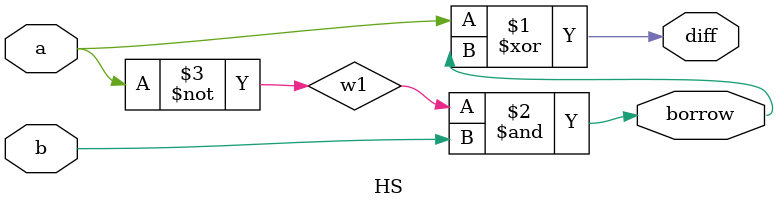
<source format=v>
`timescale 1ns / 1ps
module HS(a,b,diff,borrow
    );
	 //dataflow
	/*input a,b;
	output diff,borrow;
	assign diff=a^b;
	assign borrow=~a&b;
endmodule*/
//gate level modeling

input a,b;
output diff,borrow;
wire w1;
xor x1(diff,a,borrow);
not n1(w1,a);
and a1(borrow,w1,b);
//Behavioural modeling
/*module hs(a,b,diff,borrow);
input a,b;
output diff,borrow;
reg diff,borrow;
always@(a,b)
begin
if(a==0 && b==1)
begin
diff=1;
borrow=1;
end
else if(a==1 && b==0)
begin
diff=1;
borrow=0;
end
else
begin
diff=0;
borrow=0;
end
end
endmodule  */


endmodule

</source>
